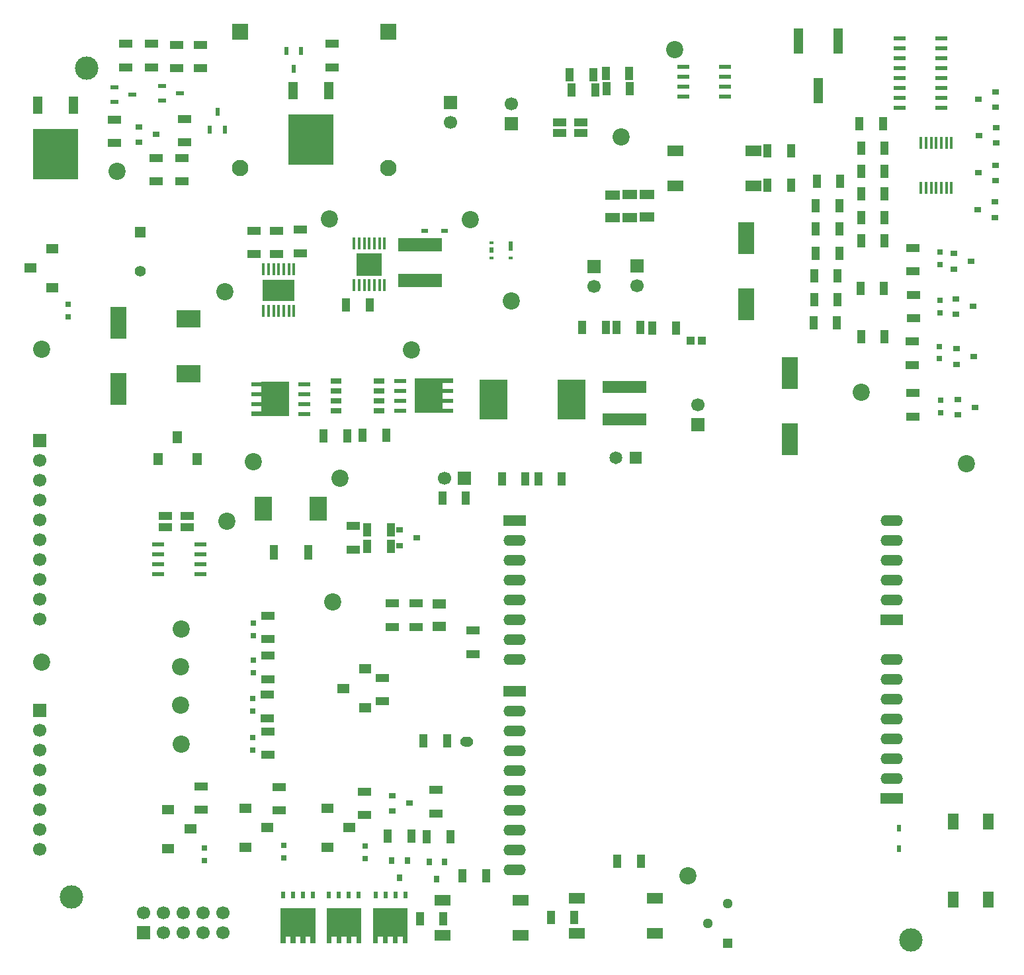
<source format=gts>
G04*
G04 #@! TF.GenerationSoftware,Altium Limited,Altium Designer,22.2.1 (43)*
G04*
G04 Layer_Color=8388736*
%FSLAX25Y25*%
%MOIN*%
G70*
G04*
G04 #@! TF.SameCoordinates,B3CF93AD-5C46-479A-8AA0-F490141B64D1*
G04*
G04*
G04 #@! TF.FilePolarity,Negative*
G04*
G01*
G75*
%ADD16R,0.08268X0.16142*%
%ADD18R,0.06299X0.04724*%
%ADD19R,0.04724X0.06299*%
%ADD20R,0.08268X0.05512*%
%ADD21R,0.03543X0.03150*%
%ADD22R,0.02362X0.04134*%
%ADD23R,0.03937X0.02362*%
%ADD24R,0.01772X0.05906*%
%ADD25R,0.12598X0.11221*%
%ADD26R,0.01772X0.06299*%
%ADD27R,0.16142X0.10827*%
%ADD28R,0.01772X0.06102*%
%ADD29R,0.05906X0.02362*%
%ADD30R,0.06102X0.02362*%
%ADD31R,0.06299X0.02362*%
%ADD32R,0.05787X0.02559*%
%ADD33R,0.03937X0.07598*%
%ADD34R,0.03347X0.01968*%
%ADD35R,0.06890X0.04331*%
%ADD36R,0.04134X0.07087*%
%ADD37R,0.03937X0.03937*%
%ADD38R,0.04685X0.12992*%
%ADD39R,0.03150X0.03150*%
%ADD40R,0.22047X0.06496*%
%ADD41R,0.22441X0.07087*%
%ADD42R,0.13976X0.20079*%
%ADD44R,0.01968X0.02953*%
%ADD45R,0.01968X0.05118*%
%ADD46R,0.01968X0.01575*%
%ADD47R,0.08661X0.12402*%
%ADD48R,0.07480X0.05118*%
%ADD49R,0.07087X0.04724*%
%ADD50R,0.01968X0.03347*%
%ADD51R,0.02362X0.03937*%
%ADD52R,0.12402X0.08661*%
%ADD53R,0.03150X0.03543*%
%ADD54R,0.07087X0.04134*%
%ADD55R,0.05512X0.08268*%
%ADD56R,0.22835X0.25197*%
%ADD57R,0.04724X0.08661*%
%ADD58R,0.05512X0.02362*%
%ADD59R,0.01968X0.03642*%
%ADD60C,0.11811*%
%ADD61C,0.05079*%
%ADD62R,0.05079X0.05079*%
%ADD63C,0.08661*%
%ADD64R,0.08268X0.08268*%
%ADD65C,0.08268*%
%ADD66C,0.06693*%
%ADD67R,0.06693X0.06693*%
%ADD68C,0.06457*%
%ADD69R,0.06457X0.06457*%
%ADD70C,0.05512*%
%ADD71R,0.05512X0.05512*%
%ADD72O,0.11201X0.05598*%
%ADD73R,0.11201X0.05598*%
%ADD74R,0.06693X0.06693*%
G36*
X215751Y293971D02*
X210436D01*
Y278971D01*
X196479D01*
Y296334D01*
X215751D01*
Y293971D01*
D02*
G37*
G36*
X133094Y277397D02*
X113822D01*
Y279759D01*
X119137D01*
Y294759D01*
X133094D01*
Y277397D01*
D02*
G37*
G36*
X224186Y115748D02*
X225016Y115194D01*
X225570Y114364D01*
X225765Y113386D01*
X225570Y112407D01*
X225016Y111578D01*
X224186Y111023D01*
X223208Y110829D01*
X223005Y110869D01*
X222010D01*
X221808Y110829D01*
X220829Y111023D01*
X220000Y111578D01*
X219445Y112407D01*
X219251Y113386D01*
X219445Y114364D01*
X220000Y115194D01*
X220829Y115748D01*
X221808Y115943D01*
X222006Y115903D01*
X222008Y115886D01*
Y115903D01*
X223008D01*
Y115886D01*
X223010Y115903D01*
X223208Y115943D01*
X224186Y115748D01*
D02*
G37*
G36*
X192768Y11853D02*
X190406D01*
Y15003D01*
X187768D01*
Y11853D01*
X185406D01*
Y15003D01*
X182768D01*
Y11853D01*
X180406D01*
Y15003D01*
X177768D01*
Y11853D01*
X175406D01*
Y29393D01*
X192768D01*
Y11853D01*
D02*
G37*
G36*
X169311Y11829D02*
X166949D01*
Y14978D01*
X164311D01*
Y11829D01*
X161949D01*
Y14978D01*
X159311D01*
Y11829D01*
X156949D01*
Y14978D01*
X154311D01*
Y11829D01*
X151949D01*
Y29368D01*
X169311D01*
Y11829D01*
D02*
G37*
G36*
X146173Y11829D02*
X143811D01*
Y14978D01*
X141173D01*
Y11829D01*
X138811D01*
Y14978D01*
X136173D01*
Y11829D01*
X133811D01*
Y14978D01*
X131173D01*
Y11829D01*
X128811D01*
Y29368D01*
X146173D01*
Y11829D01*
D02*
G37*
D16*
X46853Y324601D02*
D03*
Y291137D02*
D03*
X363389Y367121D02*
D03*
Y333656D02*
D03*
X385433Y265748D02*
D03*
Y299213D02*
D03*
D18*
X83162Y69291D02*
D03*
X72138Y79134D02*
D03*
Y59449D02*
D03*
X2759Y351963D02*
D03*
X13782Y342121D02*
D03*
Y361806D02*
D03*
X111114Y60236D02*
D03*
Y79921D02*
D03*
X122138Y70079D02*
D03*
X152453Y60236D02*
D03*
Y79921D02*
D03*
X163477Y70079D02*
D03*
X171260Y150091D02*
D03*
Y130406D02*
D03*
X160236Y140248D02*
D03*
D19*
X86617Y255901D02*
D03*
X66932D02*
D03*
X76775Y266924D02*
D03*
D20*
X317323Y16732D02*
D03*
X277953D02*
D03*
X317323Y34449D02*
D03*
X277953D02*
D03*
X366932Y393302D02*
D03*
X327562D02*
D03*
X366932Y411019D02*
D03*
X327562D02*
D03*
X249606Y15748D02*
D03*
X210236D02*
D03*
X249606Y33465D02*
D03*
X210236D02*
D03*
D21*
X478743Y281885D02*
D03*
X470082Y277948D02*
D03*
Y285822D02*
D03*
X188586Y220074D02*
D03*
Y212200D02*
D03*
X197247Y216137D02*
D03*
X489373Y414956D02*
D03*
Y422830D02*
D03*
X480712Y418893D02*
D03*
X488979Y433066D02*
D03*
Y440940D02*
D03*
X480318Y437003D02*
D03*
Y399995D02*
D03*
X488979Y403932D02*
D03*
Y396058D02*
D03*
X193701Y82284D02*
D03*
X185039Y78347D02*
D03*
Y86221D02*
D03*
X468113Y359444D02*
D03*
Y351570D02*
D03*
X476775Y355507D02*
D03*
X468901Y336609D02*
D03*
Y328735D02*
D03*
X477562Y332672D02*
D03*
X469294Y311412D02*
D03*
Y303538D02*
D03*
X477956Y307475D02*
D03*
X57480Y423228D02*
D03*
Y415354D02*
D03*
X66142Y419291D02*
D03*
X479924Y381491D02*
D03*
X488586Y385428D02*
D03*
Y377554D02*
D03*
D22*
X93110Y421850D02*
D03*
X100591D02*
D03*
X96850Y430905D02*
D03*
D23*
X78150Y440158D02*
D03*
X69095Y436417D02*
D03*
Y443898D02*
D03*
X45079Y443110D02*
D03*
Y435630D02*
D03*
X54134Y439370D02*
D03*
D24*
X451428Y392318D02*
D03*
X453987D02*
D03*
X456546D02*
D03*
X459105D02*
D03*
X461664D02*
D03*
X464223D02*
D03*
X466782D02*
D03*
Y415153D02*
D03*
X464223D02*
D03*
X461664D02*
D03*
X459105D02*
D03*
X456546D02*
D03*
X453987D02*
D03*
X451428D02*
D03*
D25*
X173428Y353932D02*
D03*
D26*
X165751Y364562D02*
D03*
X168310D02*
D03*
X170869D02*
D03*
X173428D02*
D03*
X175987D02*
D03*
X178546D02*
D03*
X181105D02*
D03*
Y343302D02*
D03*
X178546D02*
D03*
X175987D02*
D03*
X173428D02*
D03*
X170869D02*
D03*
X168310D02*
D03*
X165751D02*
D03*
D27*
X127759Y340940D02*
D03*
D28*
X120082Y351570D02*
D03*
X122641D02*
D03*
X125200D02*
D03*
X127759D02*
D03*
X130318D02*
D03*
X132877D02*
D03*
X135436D02*
D03*
Y330310D02*
D03*
X132877D02*
D03*
X130318D02*
D03*
X127759D02*
D03*
X125200D02*
D03*
X122641D02*
D03*
X120082D02*
D03*
D29*
X331696Y438558D02*
D03*
Y443558D02*
D03*
Y448558D02*
D03*
Y453558D02*
D03*
X352562D02*
D03*
Y448558D02*
D03*
Y443558D02*
D03*
Y438558D02*
D03*
X140554Y293578D02*
D03*
Y288578D02*
D03*
Y283578D02*
D03*
Y278578D02*
D03*
X189019Y295152D02*
D03*
Y290153D02*
D03*
Y285153D02*
D03*
Y280153D02*
D03*
D30*
X66932Y197751D02*
D03*
Y202751D02*
D03*
Y207751D02*
D03*
Y212751D02*
D03*
X88192D02*
D03*
Y207751D02*
D03*
Y202751D02*
D03*
Y197751D02*
D03*
D31*
X440554Y467889D02*
D03*
Y462889D02*
D03*
Y457889D02*
D03*
Y452889D02*
D03*
Y447889D02*
D03*
Y442889D02*
D03*
Y437889D02*
D03*
Y432889D02*
D03*
X461814D02*
D03*
Y437889D02*
D03*
Y442889D02*
D03*
Y447889D02*
D03*
Y452889D02*
D03*
Y457889D02*
D03*
Y462889D02*
D03*
Y467889D02*
D03*
D32*
X156578Y280153D02*
D03*
Y285153D02*
D03*
Y290153D02*
D03*
Y295152D02*
D03*
X178349D02*
D03*
Y290153D02*
D03*
Y285153D02*
D03*
Y280153D02*
D03*
D33*
X125160Y208656D02*
D03*
X142562D02*
D03*
D34*
X201184Y370861D02*
D03*
X211420D02*
D03*
D35*
X70672Y227005D02*
D03*
X81499Y221494D02*
D03*
X70672D02*
D03*
X81499Y227005D02*
D03*
X280118Y420079D02*
D03*
X269291Y425591D02*
D03*
X280118D02*
D03*
X269291Y420079D02*
D03*
D36*
X398428Y359444D02*
D03*
X410239D02*
D03*
X182677Y65748D02*
D03*
X194488D02*
D03*
X214173Y65354D02*
D03*
X202362D02*
D03*
X172444Y220074D02*
D03*
X184255D02*
D03*
X172444Y211806D02*
D03*
X184255D02*
D03*
X200787Y113779D02*
D03*
X212598D02*
D03*
X173625Y333460D02*
D03*
X161814D02*
D03*
X162208Y267318D02*
D03*
X150397D02*
D03*
X181893Y267711D02*
D03*
X170082D02*
D03*
X397247Y324404D02*
D03*
X409058D02*
D03*
X433074Y377554D02*
D03*
X421263D02*
D03*
X409452Y336215D02*
D03*
X397641D02*
D03*
X432286Y424798D02*
D03*
X420475D02*
D03*
X292523Y322042D02*
D03*
X280712D02*
D03*
X309845D02*
D03*
X298034D02*
D03*
X327956Y321649D02*
D03*
X316145D02*
D03*
X385830Y393696D02*
D03*
X374019D02*
D03*
X385830Y411019D02*
D03*
X374019D02*
D03*
X433074Y365743D02*
D03*
X421263D02*
D03*
X421263Y400782D02*
D03*
X433074D02*
D03*
X421263Y317318D02*
D03*
X433074D02*
D03*
X433074Y389365D02*
D03*
X421263D02*
D03*
X409452Y348026D02*
D03*
X397641D02*
D03*
X432680Y341727D02*
D03*
X420869D02*
D03*
X275436Y441732D02*
D03*
X287247D02*
D03*
X304724Y442520D02*
D03*
X292913D02*
D03*
X274410Y449606D02*
D03*
X286221D02*
D03*
X304331Y450000D02*
D03*
X292520D02*
D03*
X222047Y236221D02*
D03*
X210236D02*
D03*
X270472Y245669D02*
D03*
X258661D02*
D03*
X220472Y45669D02*
D03*
X232283D02*
D03*
X210630Y24016D02*
D03*
X198819D02*
D03*
X298425Y53150D02*
D03*
X310236D02*
D03*
X276772Y24946D02*
D03*
X264961D02*
D03*
X240160Y245664D02*
D03*
X251972D02*
D03*
X410633Y395664D02*
D03*
X398822D02*
D03*
X433074Y412593D02*
D03*
X421263D02*
D03*
X398428Y383460D02*
D03*
X410239D02*
D03*
X398428Y371649D02*
D03*
X410239D02*
D03*
D37*
X341142Y315354D02*
D03*
X335236D02*
D03*
D38*
X389609Y466530D02*
D03*
X409609D02*
D03*
X399609Y441334D02*
D03*
D39*
X461420Y279129D02*
D03*
Y285428D02*
D03*
X21656Y327554D02*
D03*
Y333853D02*
D03*
X461027Y335822D02*
D03*
Y329522D02*
D03*
X460633Y312593D02*
D03*
Y306294D02*
D03*
X461027Y360231D02*
D03*
Y353932D02*
D03*
X90158Y59842D02*
D03*
Y53543D02*
D03*
X114567Y109055D02*
D03*
Y115354D02*
D03*
X130315Y61024D02*
D03*
Y54724D02*
D03*
X171260Y60630D02*
D03*
Y54331D02*
D03*
X114567Y128740D02*
D03*
Y135039D02*
D03*
X114961Y154331D02*
D03*
Y148031D02*
D03*
Y166929D02*
D03*
Y173228D02*
D03*
D40*
X301969Y275689D02*
D03*
Y292028D02*
D03*
D41*
X198822Y363774D02*
D03*
Y345664D02*
D03*
D42*
X235830Y285822D02*
D03*
X275200D02*
D03*
D44*
X235042Y361019D02*
D03*
D45*
X244491Y362987D02*
D03*
D46*
Y357278D02*
D03*
X235042D02*
D03*
Y364759D02*
D03*
D47*
X147641Y230704D02*
D03*
X120082D02*
D03*
D48*
X313389Y389168D02*
D03*
Y377751D02*
D03*
X304727Y388971D02*
D03*
Y377554D02*
D03*
X296066Y388774D02*
D03*
Y377357D02*
D03*
D49*
X208664Y182869D02*
D03*
Y171452D02*
D03*
D50*
X440158Y59449D02*
D03*
Y69685D02*
D03*
D51*
X138979Y461412D02*
D03*
X131499D02*
D03*
X135239Y452357D02*
D03*
D52*
X82286Y298814D02*
D03*
Y326373D02*
D03*
D53*
X192520Y53543D02*
D03*
X184646D02*
D03*
X188583Y44882D02*
D03*
X211417Y52756D02*
D03*
X203543D02*
D03*
X207480Y44094D02*
D03*
D54*
X207087Y77165D02*
D03*
Y88976D02*
D03*
X225590Y169291D02*
D03*
Y157480D02*
D03*
X165354Y210236D02*
D03*
Y222047D02*
D03*
X154727Y464956D02*
D03*
Y453145D02*
D03*
X63783D02*
D03*
Y464956D02*
D03*
X50790Y453145D02*
D03*
Y464956D02*
D03*
X44882Y414961D02*
D03*
Y426772D02*
D03*
X76381Y464562D02*
D03*
Y452751D02*
D03*
X88192Y464562D02*
D03*
Y452751D02*
D03*
X80315Y415354D02*
D03*
Y427165D02*
D03*
X66145Y395664D02*
D03*
Y407475D02*
D03*
X79137Y395664D02*
D03*
Y407475D02*
D03*
X196853Y171255D02*
D03*
Y183066D02*
D03*
X185042D02*
D03*
Y171255D02*
D03*
X115357Y359050D02*
D03*
Y370861D02*
D03*
X126775Y359050D02*
D03*
Y370861D02*
D03*
X138586Y371294D02*
D03*
Y359483D02*
D03*
X447247Y362200D02*
D03*
Y350389D02*
D03*
X447641Y326767D02*
D03*
Y338578D02*
D03*
X446853Y303145D02*
D03*
Y314956D02*
D03*
X88583Y90945D02*
D03*
Y79134D02*
D03*
X122441Y106693D02*
D03*
Y118504D02*
D03*
X127953Y90551D02*
D03*
Y78740D02*
D03*
X170866Y88189D02*
D03*
Y76378D02*
D03*
X122047Y125197D02*
D03*
Y137008D02*
D03*
X122441Y156693D02*
D03*
Y144882D02*
D03*
Y164961D02*
D03*
Y176772D02*
D03*
X179921Y133661D02*
D03*
Y145472D02*
D03*
X447247Y277160D02*
D03*
Y288971D02*
D03*
D55*
X485236Y73228D02*
D03*
Y33858D02*
D03*
X467520Y73228D02*
D03*
Y33858D02*
D03*
D56*
X15354Y409449D02*
D03*
X144097Y416727D02*
D03*
D57*
X24331Y434252D02*
D03*
X6378D02*
D03*
X153074Y441530D02*
D03*
X135121D02*
D03*
D58*
X116578Y293578D02*
D03*
Y288578D02*
D03*
Y283578D02*
D03*
X212995Y290153D02*
D03*
Y285153D02*
D03*
Y280153D02*
D03*
D59*
X191587Y36220D02*
D03*
X186587D02*
D03*
X181587D02*
D03*
X176587D02*
D03*
X129992Y36196D02*
D03*
X134992D02*
D03*
X139992D02*
D03*
X144992D02*
D03*
X153130Y36196D02*
D03*
X158130D02*
D03*
X163130D02*
D03*
X168130D02*
D03*
D60*
X31105Y452751D02*
D03*
X23228Y35039D02*
D03*
X446457Y13386D02*
D03*
D61*
X343937Y21811D02*
D03*
X353937Y31811D02*
D03*
D62*
Y11811D02*
D03*
D63*
X8268Y153543D02*
D03*
X224412Y376373D02*
D03*
X300397Y418105D02*
D03*
X474409Y253543D02*
D03*
X46457Y400787D02*
D03*
X244885Y335428D02*
D03*
X155118Y183858D02*
D03*
X333858Y45669D02*
D03*
X8271Y311019D02*
D03*
X153153Y376767D02*
D03*
X158782Y246255D02*
D03*
X194491Y310625D02*
D03*
X114964Y254326D02*
D03*
X421263Y289365D02*
D03*
X101578Y224404D02*
D03*
X327168Y462200D02*
D03*
X78740Y112205D02*
D03*
X78347Y151181D02*
D03*
X78347Y131890D02*
D03*
X78740Y170079D02*
D03*
X100787Y340158D02*
D03*
D64*
X108271Y471255D02*
D03*
X183106Y471223D02*
D03*
D65*
X108271Y402357D02*
D03*
X183106Y402325D02*
D03*
D66*
X7483Y175271D02*
D03*
Y185271D02*
D03*
Y195271D02*
D03*
Y205271D02*
D03*
Y255271D02*
D03*
Y245271D02*
D03*
Y235271D02*
D03*
Y225271D02*
D03*
Y215271D02*
D03*
X7480Y59055D02*
D03*
Y69055D02*
D03*
Y119055D02*
D03*
Y109055D02*
D03*
Y99055D02*
D03*
Y89055D02*
D03*
Y79055D02*
D03*
X286614Y342756D02*
D03*
X59618Y27047D02*
D03*
X69618Y17047D02*
D03*
Y27047D02*
D03*
X79618Y17047D02*
D03*
Y27047D02*
D03*
X89618Y17047D02*
D03*
X99618D02*
D03*
X89618Y27047D02*
D03*
X99618D02*
D03*
X211263Y246255D02*
D03*
X244882Y434921D02*
D03*
X214173Y425315D02*
D03*
X338976Y283228D02*
D03*
X308268Y343032D02*
D03*
D67*
X7483Y265271D02*
D03*
X7480Y129055D02*
D03*
X286614Y352756D02*
D03*
X59618Y17047D02*
D03*
X244882Y424921D02*
D03*
X214173Y435315D02*
D03*
X338976Y273228D02*
D03*
X308268Y353031D02*
D03*
D68*
X297756Y256299D02*
D03*
D69*
X307756D02*
D03*
D70*
X57877Y350389D02*
D03*
D71*
Y370074D02*
D03*
D72*
X246732Y48614D02*
D03*
Y58614D02*
D03*
Y68614D02*
D03*
Y78614D02*
D03*
Y88614D02*
D03*
Y98614D02*
D03*
Y108614D02*
D03*
Y118614D02*
D03*
Y128614D02*
D03*
Y154614D02*
D03*
Y164614D02*
D03*
Y174614D02*
D03*
Y184614D02*
D03*
Y194614D02*
D03*
Y204614D02*
D03*
Y214614D02*
D03*
X436732Y224614D02*
D03*
Y214614D02*
D03*
Y204614D02*
D03*
Y194614D02*
D03*
Y184614D02*
D03*
Y154614D02*
D03*
Y144614D02*
D03*
Y134614D02*
D03*
Y124614D02*
D03*
Y114614D02*
D03*
Y104614D02*
D03*
Y94614D02*
D03*
D73*
Y174614D02*
D03*
X246732Y138614D02*
D03*
Y224614D02*
D03*
X436732Y84614D02*
D03*
D74*
X221263Y246255D02*
D03*
M02*

</source>
